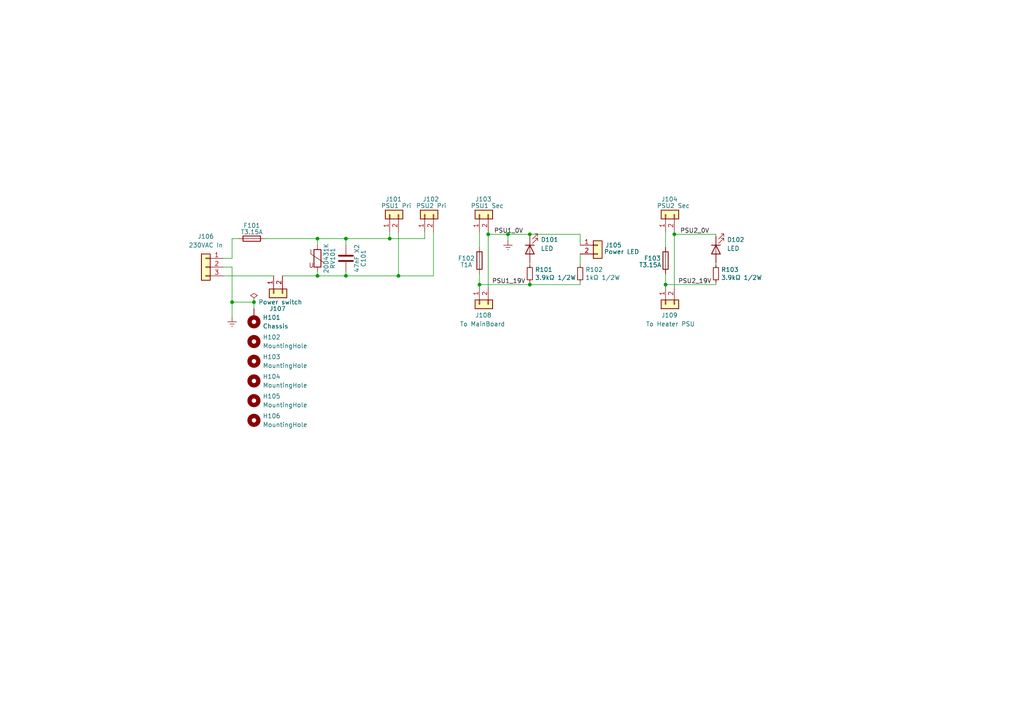
<source format=kicad_sch>
(kicad_sch (version 20211123) (generator eeschema)
  (paper "A4")
  (lib_symbols
    (symbol "Connector_Generic:Conn_01x02" (pin_names (offset 1.016) hide)
      (property "Reference" "J" (at 0 2.54 0))
      (property "Value" "Conn_01x02" (at 0 -5.08 0))
      (symbol "Conn_01x02_1_1"
        (rectangle (start -1.27 -2.413) (end 0 -2.667) (stroke (width 0.1524)))
        (rectangle (start -1.27 0.127) (end 0 -0.127) (stroke (width 0.1524)))
        (rectangle (start -1.27 1.27) (end 1.27 -3.81) (stroke (width 0.254)) (fill (type background)))
        (pin passive line (at -5.08 0 0) (length 3.81) (name "Pin_1") (number "1"))
        (pin passive line (at -5.08 -2.54 0) (length 3.81) (name "Pin_2") (number "2"))
      )
    )
    (symbol "Connector_Generic:Conn_01x03" (pin_names (offset 1.016) hide)
      (property "Reference" "J" (at 0 5.08 0))
      (property "Value" "Conn_01x03" (at 0 -5.08 0))
      (symbol "Conn_01x03_1_1"
        (rectangle (start -1.27 -2.413) (end 0 -2.667) (stroke (width 0.1524)))
        (rectangle (start -1.27 0.127) (end 0 -0.127) (stroke (width 0.1524)))
        (rectangle (start -1.27 2.667) (end 0 2.413) (stroke (width 0.1524)))
        (rectangle (start -1.27 3.81) (end 1.27 -3.81) (stroke (width 0.254)) (fill (type background)))
        (pin passive line (at -5.08 2.54 0) (length 3.81) (name "Pin_1") (number "1"))
        (pin passive line (at -5.08 0 0) (length 3.81) (name "Pin_2") (number "2"))
        (pin passive line (at -5.08 -2.54 0) (length 3.81) (name "Pin_3") (number "3"))
      )
    )
    (symbol "Device:C" (pin_numbers hide) (pin_names (offset 0.254))
      (property "Reference" "C" (at 0.635 2.54 0))
      (property "Value" "C" (at 0.635 -2.54 0))
      (symbol "C_0_1"
        (polyline (pts (xy -2.032 -0.762) (xy 2.032 -0.762)) (stroke (width 0.508)))
        (polyline (pts (xy -2.032 0.762) (xy 2.032 0.762)) (stroke (width 0.508)))
      )
      (symbol "C_1_1"
        (pin passive line (at 0 3.81 270) (length 2.794) (name "~") (number "1"))
        (pin passive line (at 0 -3.81 90) (length 2.794) (name "~") (number "2"))
      )
    )
    (symbol "Device:Fuse" (pin_numbers hide) (pin_names (offset 0))
      (property "Reference" "F" (at 2.032 0 90))
      (property "Value" "Fuse" (at -1.905 0 90))
      (symbol "Fuse_0_1"
        (rectangle (start -0.762 -2.54) (end 0.762 2.54) (stroke (width 0.254)))
        (polyline (pts (xy 0 2.54) (xy 0 -2.54)))
      )
      (symbol "Fuse_1_1"
        (pin passive line (at 0 3.81 270) (length 1.27) (name "~") (number "1"))
        (pin passive line (at 0 -3.81 90) (length 1.27) (name "~") (number "2"))
      )
    )
    (symbol "Device:LED" (pin_numbers hide) (pin_names (offset 1.016) hide)
      (property "Reference" "D" (at 0 2.54 0))
      (property "Value" "LED" (at 0 -2.54 0))
      (symbol "LED_0_1"
        (polyline (pts (xy -1.27 -1.27) (xy -1.27 1.27)) (stroke (width 0.254)))
        (polyline (pts (xy -1.27 0) (xy 1.27 0)))
        (polyline (pts (xy 1.27 -1.27) (xy 1.27 1.27) (xy -1.27 0) (xy 1.27 -1.27)) (stroke (width 0.254)))
        (polyline (pts (xy -3.048 -0.762) (xy -4.572 -2.286) (xy -3.81 -2.286) (xy -4.572 -2.286) (xy -4.572 -1.524)))
        (polyline (pts (xy -1.778 -0.762) (xy -3.302 -2.286) (xy -2.54 -2.286) (xy -3.302 -2.286) (xy -3.302 -1.524)))
      )
      (symbol "LED_1_1"
        (pin passive line (at -3.81 0 0) (length 2.54) (name "K") (number "1"))
        (pin passive line (at 3.81 0 180) (length 2.54) (name "A") (number "2"))
      )
    )
    (symbol "Device:R_Small" (pin_numbers hide) (pin_names (offset 0.254) hide)
      (property "Reference" "R" (at 0.762 0.508 0))
      (property "Value" "R_Small" (at 0.762 -1.016 0))
      (symbol "R_Small_0_1"
        (rectangle (start -0.762 1.778) (end 0.762 -1.778) (stroke (width 0.2032)))
      )
      (symbol "R_Small_1_1"
        (pin passive line (at 0 2.54 270) (length 0.762) (name "~") (number "1"))
        (pin passive line (at 0 -2.54 90) (length 0.762) (name "~") (number "2"))
      )
    )
    (symbol "Device:Varistor" (pin_numbers hide) (pin_names (offset 0))
      (property "Reference" "RV" (at 3.175 0 90))
      (property "Value" "Varistor" (at -3.175 0 90))
      (symbol "Varistor_0_0"
        (text "U" (at -1.778 -2.032 0) (effects (font (size 1.27 1.27))))
      )
      (symbol "Varistor_0_1"
        (rectangle (start -1.016 -2.54) (end 1.016 2.54) (stroke (width 0.254)))
        (polyline (pts (xy -1.905 2.54) (xy -1.905 1.27) (xy 1.905 -1.27)))
      )
      (symbol "Varistor_1_1"
        (pin passive line (at 0 3.81 270) (length 1.27) (name "~") (number "1"))
        (pin passive line (at 0 -3.81 90) (length 1.27) (name "~") (number "2"))
      )
    )
    (symbol "Mechanical:MountingHole" (pin_names (offset 1.016))
      (property "Reference" "H" (at 0 5.08 0))
      (property "Value" "MountingHole" (at 0 3.175 0))
      (symbol "MountingHole_0_1"
        (circle (center 0 0) (radius 1.27) (stroke (width 1.27)))
      )
    )
    (symbol "Mechanical:MountingHole_Pad" (pin_numbers hide) (pin_names (offset 1.016) hide)
      (property "Reference" "H" (at 0 6.35 0))
      (property "Value" "MountingHole_Pad" (at 0 4.445 0))
      (symbol "MountingHole_Pad_0_1"
        (circle (center 0 1.27) (radius 1.27) (stroke (width 1.27)))
      )
      (symbol "MountingHole_Pad_1_1"
        (pin input line (at 0 -2.54 90) (length 2.54) (name "1") (number "1"))
      )
    )
    (symbol "power:Earth" (power) (pin_names (offset 0))
      (symbol "Earth_0_1"
        (polyline (pts (xy -0.635 -1.905) (xy 0.635 -1.905)))
        (polyline (pts (xy -0.127 -2.54) (xy 0.127 -2.54)))
        (polyline (pts (xy 0 -1.27) (xy 0 0)))
        (polyline (pts (xy 1.27 -1.27) (xy -1.27 -1.27)))
      )
      (symbol "Earth_1_1"
        (pin power_in line (at 0 0 270) (length 0) hide (name "Earth") (number "1"))
      )
    )
    (symbol "power:PWR_FLAG" (power) (pin_numbers hide) (pin_names (offset 0) hide)
      (property "Value" "PWR_FLAG" (at 0 3.81 0))
      (symbol "PWR_FLAG_0_0"
        (pin power_out line (at 0 0 90) (length 0) (name "pwr") (number "1"))
      )
      (symbol "PWR_FLAG_0_1"
        (polyline (pts (xy 0 0) (xy 0 1.27) (xy -1.016 1.905) (xy 0 2.54) (xy 1.016 1.905) (xy 0 1.27)))
      )
    )
  )
  (junction (at 153.67 67.945))
  (junction (at 113.03 69.215))
  (junction (at 195.58 67.945))
  (junction (at 153.67 82.55))
  (junction (at 193.04 82.55))
  (junction (at 73.66 87.63))
  (junction (at 141.605 67.945))
  (junction (at 92.075 69.215))
  (junction (at 100.33 80.01))
  (junction (at 147.32 67.945))
  (junction (at 92.075 80.01))
  (junction (at 100.33 69.215))
  (junction (at 115.57 80.01))
  (junction (at 139.065 82.55))
  (junction (at 67.31 87.63))
  (wire (pts (xy 76.835 69.215) (xy 92.075 69.215)))
  (wire (pts (xy 64.77 80.01) (xy 79.375 80.01)))
  (wire (pts (xy 139.065 79.375) (xy 139.065 82.55)))
  (wire (pts (xy 141.605 67.945) (xy 147.32 67.945)))
  (wire (pts (xy 153.67 76.835) (xy 153.67 76.2)))
  (wire (pts (xy 168.275 76.835) (xy 168.275 73.66)))
  (wire (pts (xy 207.645 76.835) (xy 207.645 76.2)))
  (wire (pts (xy 141.605 67.31) (xy 141.605 67.945)))
  (wire (pts (xy 153.67 67.945) (xy 168.275 67.945)))
  (wire (pts (xy 193.04 82.55) (xy 207.645 82.55)))
  (wire (pts (xy 139.065 82.55) (xy 153.67 82.55)))
  (wire (pts (xy 195.58 67.945) (xy 195.58 83.185)))
  (wire (pts (xy 193.04 82.55) (xy 193.04 83.185)))
  (wire (pts (xy 67.31 87.63) (xy 67.31 92.075)))
  (wire (pts (xy 69.215 69.215) (xy 67.31 69.215)))
  (wire (pts (xy 92.075 80.01) (xy 92.075 78.74)))
  (wire (pts (xy 67.31 69.215) (xy 67.31 74.93)))
  (wire (pts (xy 113.03 67.31) (xy 113.03 69.215)))
  (wire (pts (xy 207.645 68.58) (xy 207.645 67.945)))
  (wire (pts (xy 100.33 69.215) (xy 113.03 69.215)))
  (wire (pts (xy 153.67 81.915) (xy 153.67 82.55)))
  (wire (pts (xy 139.065 82.55) (xy 139.065 83.185)))
  (wire (pts (xy 81.915 80.01) (xy 92.075 80.01)))
  (wire (pts (xy 153.67 68.58) (xy 153.67 67.945)))
  (wire (pts (xy 147.32 67.945) (xy 147.32 69.85)))
  (wire (pts (xy 113.03 69.215) (xy 123.19 69.215)))
  (wire (pts (xy 207.645 81.915) (xy 207.645 82.55)))
  (wire (pts (xy 100.33 80.01) (xy 115.57 80.01)))
  (wire (pts (xy 92.075 80.01) (xy 100.33 80.01)))
  (wire (pts (xy 193.04 67.31) (xy 193.04 71.755)))
  (wire (pts (xy 115.57 80.01) (xy 115.57 67.31)))
  (wire (pts (xy 141.605 67.945) (xy 141.605 83.185)))
  (wire (pts (xy 147.32 67.945) (xy 153.67 67.945)))
  (wire (pts (xy 64.77 77.47) (xy 67.31 77.47)))
  (wire (pts (xy 92.075 69.215) (xy 100.33 69.215)))
  (wire (pts (xy 195.58 67.31) (xy 195.58 67.945)))
  (wire (pts (xy 123.19 69.215) (xy 123.19 67.31)))
  (wire (pts (xy 100.33 80.01) (xy 100.33 78.74)))
  (wire (pts (xy 168.275 67.945) (xy 168.275 71.12)))
  (wire (pts (xy 115.57 80.01) (xy 125.73 80.01)))
  (wire (pts (xy 73.66 87.63) (xy 67.31 87.63)))
  (wire (pts (xy 125.73 80.01) (xy 125.73 67.31)))
  (wire (pts (xy 193.04 79.375) (xy 193.04 82.55)))
  (wire (pts (xy 73.66 89.535) (xy 73.66 87.63)))
  (wire (pts (xy 67.31 77.47) (xy 67.31 87.63)))
  (wire (pts (xy 139.065 67.31) (xy 139.065 71.755)))
  (wire (pts (xy 100.33 69.215) (xy 100.33 71.12)))
  (wire (pts (xy 168.275 82.55) (xy 168.275 81.915)))
  (wire (pts (xy 153.67 82.55) (xy 168.275 82.55)))
  (wire (pts (xy 195.58 67.945) (xy 207.645 67.945)))
  (wire (pts (xy 92.075 69.215) (xy 92.075 71.12)))
  (wire (pts (xy 64.77 74.93) (xy 67.31 74.93)))
  (label "PSU2_19V" (at 206.375 82.55 180))
  (label "PSU1_0V" (at 151.765 67.945 180))
  (label "PSU2_0V" (at 205.74 67.945 180))
  (label "PSU1_19V" (at 152.4 82.55 180))
  (symbol (lib_id "Device:LED") (at 153.67 72.39 90) (mirror x) (unit 1)
    (property "Reference" "D101" (at 156.845 69.5324 90) (effects (justify right)))
    (property "Value" "LED" (at 156.845 72.0724 90) (effects (justify right)))
    (property "Footprint" "LED_SMD:LED_0805_2012Metric_Pad1.15x1.40mm_HandSolder" (effects hide))
  )
  (symbol (lib_id "Mechanical:MountingHole") (at 73.66 116.205 0) (unit 1)
    (property "Reference" "H105" (at 76.2 114.9349 0) (effects (justify left)))
    (property "Value" "MountingHole" (at 76.2 117.4749 0) (effects (justify left)))
    (property "Footprint" "MountingHole:MountingHole_3.2mm_M3" (effects hide))
  )
  (symbol (lib_id "Mechanical:MountingHole_Pad") (at 73.66 92.075 180) (unit 1)
    (property "Reference" "H101" (at 76.2 92.0749 0) (effects (justify right)))
    (property "Value" "Chassis" (at 76.2 94.6149 0) (effects (justify right)))
    (property "Footprint" "MountingHole:MountingHole_3.2mm_M3_Pad_Via" (effects hide))
  )
  (symbol (lib_id "Connector_Generic:Conn_01x02") (at 113.03 62.23 90) (unit 1)
    (property "Reference" "J101" (at 111.76 57.785 90) (effects (justify right)))
    (property "Value" "PSU1 Pri" (at 110.49 59.69 90) (effects (justify right)))
    (property "Footprint" "myDevices:TerminalBlock_LCSC_P5.08mm" (effects hide))
  )
  (symbol (lib_id "Mechanical:MountingHole") (at 73.66 104.775 0) (unit 1)
    (property "Reference" "H103" (at 76.2 103.5049 0) (effects (justify left)))
    (property "Value" "MountingHole" (at 76.2 106.0449 0) (effects (justify left)))
    (property "Footprint" "MountingHole:MountingHole_3.2mm_M3" (effects hide))
  )
  (symbol (lib_id "Mechanical:MountingHole") (at 73.66 121.92 0) (unit 1)
    (property "Reference" "H106" (at 76.2 120.6499 0) (effects (justify left)))
    (property "Value" "MountingHole" (at 76.2 123.1899 0) (effects (justify left)))
    (property "Footprint" "MountingHole:MountingHole_3.2mm_M3" (effects hide))
  )
  (symbol (lib_id "Connector_Generic:Conn_01x02") (at 123.19 62.23 90) (unit 1)
    (property "Reference" "J102" (at 122.555 57.785 90) (effects (justify right)))
    (property "Value" "PSU2 Pri" (at 120.65 59.69 90) (effects (justify right)))
    (property "Footprint" "myDevices:TerminalBlock_LCSC_P5.08mm" (effects hide))
  )
  (symbol (lib_id "Device:R_Small") (at 207.645 79.375 180) (unit 1)
    (property "Reference" "R103" (at 209.1436 78.2066 0) (effects (justify right)))
    (property "Value" "3.9kΩ 1/2W" (at 209.1436 80.518 0) (effects (justify right)))
    (property "Footprint" "Resistor_SMD:R_1210_3225Metric_Pad1.30x2.65mm_HandSolder" (effects hide))
  )
  (symbol (lib_id "power:Earth") (at 147.32 69.85 0) (unit 1)
    (property "Reference" "#PWR0101" (effects hide))
    (property "Value" "Earth" (effects hide))
  )
  (symbol (lib_id "Device:Fuse") (at 139.065 75.565 180) (unit 1)
    (property "Reference" "F102" (at 135.255 74.93 0))
    (property "Value" "T1A" (at 135.255 76.835 0))
    (property "Footprint" "Fuse:Fuse_Littelfuse_372_D8.50mm" (effects hide))
  )
  (symbol (lib_id "Connector_Generic:Conn_01x02") (at 193.04 62.23 90) (unit 1)
    (property "Reference" "J104" (at 191.77 57.785 90) (effects (justify right)))
    (property "Value" "PSU2 Sec" (at 190.5 59.69 90) (effects (justify right)))
    (property "Footprint" "myDevices:TerminalBlock_LCSC_P5.08mm" (effects hide))
  )
  (symbol (lib_id "power:PWR_FLAG") (at 73.66 87.63 0) (unit 1)
    (property "Reference" "#FLG0101" (effects hide))
    (property "Value" "PWR_FLAG" (effects hide))
  )
  (symbol (lib_id "Connector_Generic:Conn_01x02") (at 139.065 62.23 90) (unit 1)
    (property "Reference" "J103" (at 137.795 57.785 90) (effects (justify right)))
    (property "Value" "PSU1 Sec" (at 136.525 59.69 90) (effects (justify right)))
    (property "Footprint" "myDevices:TerminalBlock_LCSC_P5.08mm" (effects hide))
  )
  (symbol (lib_id "Connector_Generic:Conn_01x02") (at 79.375 85.09 90) (mirror x) (unit 1)
    (property "Reference" "J107" (at 78.105 89.535 90) (effects (justify right)))
    (property "Value" "Power switch" (at 74.93 87.63 90) (effects (justify right)))
    (property "Footprint" "myDevices:TerminalBlock_LCSC_P5.08mm" (effects hide))
  )
  (symbol (lib_id "Device:LED") (at 207.645 72.39 90) (mirror x) (unit 1)
    (property "Reference" "D102" (at 210.82 69.5324 90) (effects (justify right)))
    (property "Value" "LED" (at 210.82 72.0724 90) (effects (justify right)))
    (property "Footprint" "LED_SMD:LED_0805_2012Metric_Pad1.15x1.40mm_HandSolder" (effects hide))
  )
  (symbol (lib_id "Connector_Generic:Conn_01x02") (at 173.355 71.12 0) (unit 1)
    (property "Reference" "J105" (at 180.34 71.12 0) (effects (justify right)))
    (property "Value" "Power LED" (at 185.42 73.025 0) (effects (justify right)))
    (property "Footprint" "Connector_PinHeader_2.54mm:PinHeader_1x02_P2.54mm_Vertical" (effects hide))
  )
  (symbol (lib_id "Device:C") (at 100.33 74.93 0) (unit 1)
    (property "Reference" "C101" (at 105.41 74.93 90))
    (property "Value" "47nF X2" (at 103.505 74.93 90))
    (property "Footprint" "Capacitor_THT:C_Rect_L13.0mm_W5.0mm_P10.00mm_FKS3_FKP3_MKS4" (effects hide))
  )
  (symbol (lib_id "power:Earth") (at 67.31 92.075 0) (unit 1)
    (property "Reference" "#PWR0102" (effects hide))
    (property "Value" "Earth" (effects hide))
  )
  (symbol (lib_id "Device:Varistor") (at 92.075 74.93 0) (unit 1)
    (property "Reference" "RV101" (at 96.52 74.93 90))
    (property "Value" "20D431K" (at 94.615 74.93 90))
    (property "Footprint" "Varistor:RV_Disc_D21.5mm_W5.6mm_P10mm" (effects hide))
  )
  (symbol (lib_id "Device:R_Small") (at 168.275 79.375 180) (unit 1)
    (property "Reference" "R102" (at 169.7736 78.2066 0) (effects (justify right)))
    (property "Value" "1kΩ 1/2W" (at 169.7736 80.518 0) (effects (justify right)))
    (property "Footprint" "Resistor_SMD:R_1210_3225Metric_Pad1.30x2.65mm_HandSolder" (effects hide))
  )
  (symbol (lib_id "Device:Fuse") (at 73.025 69.215 90) (unit 1)
    (property "Reference" "F101" (at 73.025 65.405 90))
    (property "Value" "T3.15A" (at 73.025 67.31 90))
    (property "Footprint" "Fuse:Fuse_Littelfuse_372_D8.50mm" (effects hide))
  )
  (symbol (lib_id "Device:Fuse") (at 193.04 75.565 180) (unit 1)
    (property "Reference" "F103" (at 189.23 74.93 0))
    (property "Value" "T3.15A" (at 188.595 76.835 0))
    (property "Footprint" "Fuse:Fuse_Littelfuse_372_D8.50mm" (effects hide))
  )
  (symbol (lib_id "Connector_Generic:Conn_01x03") (at 59.69 77.47 0) (mirror y) (unit 1)
    (property "Reference" "J106" (at 59.69 68.58 0))
    (property "Value" "230VAC In" (at 59.69 71.12 0))
    (property "Footprint" "myDevices:TerminalBlock_LCSC_P5.08mm_3" (effects hide))
  )
  (symbol (lib_id "Device:R_Small") (at 153.67 79.375 180) (unit 1)
    (property "Reference" "R101" (at 155.1686 78.2066 0) (effects (justify right)))
    (property "Value" "3.9kΩ 1/2W" (at 155.1686 80.518 0) (effects (justify right)))
    (property "Footprint" "Resistor_SMD:R_1210_3225Metric_Pad1.30x2.65mm_HandSolder" (effects hide))
  )
  (symbol (lib_id "Connector_Generic:Conn_01x02") (at 193.04 88.265 90) (mirror x) (unit 1)
    (property "Reference" "J109" (at 191.77 91.44 90) (effects (justify right)))
    (property "Value" "To Heater PSU" (at 187.325 93.98 90) (effects (justify right)))
    (property "Footprint" "myDevices:TerminalBlock_LCSC_P5.08mm" (effects hide))
  )
  (symbol (lib_id "Connector_Generic:Conn_01x02") (at 139.065 88.265 90) (mirror x) (unit 1)
    (property "Reference" "J108" (at 137.795 91.44 90) (effects (justify right)))
    (property "Value" "To MainBoard" (at 133.35 93.98 90) (effects (justify right)))
    (property "Footprint" "myDevices:TerminalBlock_LCSC_P5.08mm" (effects hide))
  )
  (symbol (lib_id "Mechanical:MountingHole") (at 73.66 110.49 0) (unit 1)
    (property "Reference" "H104" (at 76.2 109.2199 0) (effects (justify left)))
    (property "Value" "MountingHole" (at 76.2 111.7599 0) (effects (justify left)))
    (property "Footprint" "MountingHole:MountingHole_3.2mm_M3" (effects hide))
  )
  (symbol (lib_id "Mechanical:MountingHole") (at 73.66 99.06 0) (unit 1)
    (property "Reference" "H102" (at 76.2 97.7899 0) (effects (justify left)))
    (property "Value" "MountingHole" (at 76.2 100.3299 0) (effects (justify left)))
    (property "Footprint" "MountingHole:MountingHole_3.2mm_M3" (effects hide))
  )
)
</source>
